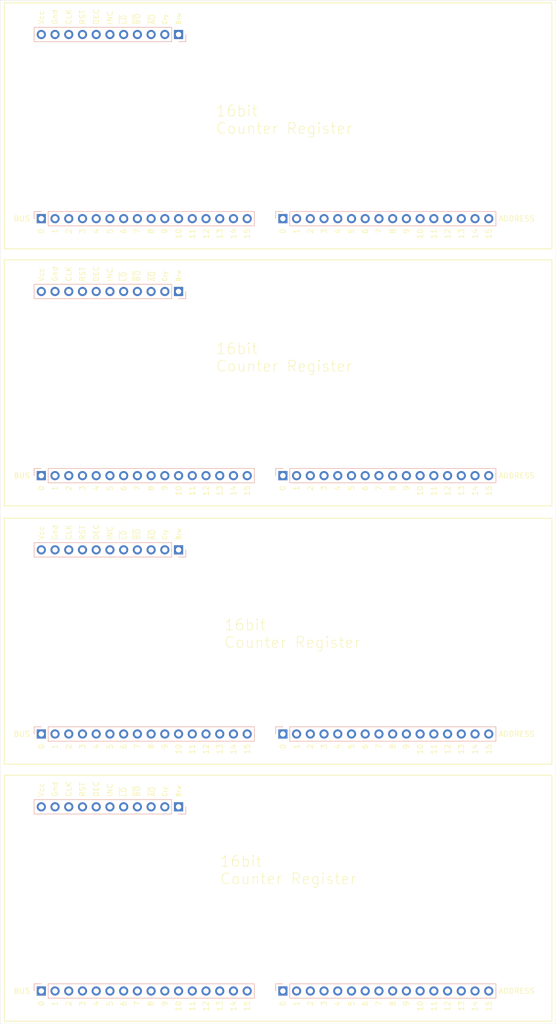
<source format=kicad_pcb>
(kicad_pcb (version 20171130) (host pcbnew "(5.1.10-1-10_14)")

  (general
    (thickness 1.6)
    (drawings 208)
    (tracks 0)
    (zones 0)
    (modules 12)
    (nets 1)
  )

  (page A4)
  (layers
    (0 F.Cu signal)
    (31 B.Cu signal)
    (32 B.Adhes user)
    (33 F.Adhes user)
    (34 B.Paste user)
    (35 F.Paste user)
    (36 B.SilkS user)
    (37 F.SilkS user)
    (38 B.Mask user)
    (39 F.Mask user)
    (40 Dwgs.User user)
    (41 Cmts.User user)
    (42 Eco1.User user)
    (43 Eco2.User user)
    (44 Edge.Cuts user)
    (45 Margin user)
    (46 B.CrtYd user)
    (47 F.CrtYd user)
    (48 B.Fab user hide)
    (49 F.Fab user hide)
  )

  (setup
    (last_trace_width 0.25)
    (trace_clearance 0.2)
    (zone_clearance 0.508)
    (zone_45_only no)
    (trace_min 0.2)
    (via_size 0.8)
    (via_drill 0.4)
    (via_min_size 0.4)
    (via_min_drill 0.3)
    (uvia_size 0.3)
    (uvia_drill 0.1)
    (uvias_allowed no)
    (uvia_min_size 0.2)
    (uvia_min_drill 0.1)
    (edge_width 0.05)
    (segment_width 0.2)
    (pcb_text_width 0.3)
    (pcb_text_size 1.5 1.5)
    (mod_edge_width 0.12)
    (mod_text_size 1 1)
    (mod_text_width 0.15)
    (pad_size 1.524 1.524)
    (pad_drill 0.762)
    (pad_to_mask_clearance 0)
    (aux_axis_origin 0 0)
    (visible_elements FFFFFF7F)
    (pcbplotparams
      (layerselection 0x010fc_ffffffff)
      (usegerberextensions false)
      (usegerberattributes true)
      (usegerberadvancedattributes true)
      (creategerberjobfile true)
      (excludeedgelayer true)
      (linewidth 0.100000)
      (plotframeref false)
      (viasonmask false)
      (mode 1)
      (useauxorigin false)
      (hpglpennumber 1)
      (hpglpenspeed 20)
      (hpglpendiameter 15.000000)
      (psnegative false)
      (psa4output false)
      (plotreference true)
      (plotvalue true)
      (plotinvisibletext false)
      (padsonsilk false)
      (subtractmaskfromsilk false)
      (outputformat 1)
      (mirror false)
      (drillshape 1)
      (scaleselection 1)
      (outputdirectory ""))
  )

  (net 0 "")

  (net_class Default "This is the default net class."
    (clearance 0.2)
    (trace_width 0.25)
    (via_dia 0.8)
    (via_drill 0.4)
    (uvia_dia 0.3)
    (uvia_drill 0.1)
  )

  (module Connector_PinHeader_2.54mm:PinHeader_1x16_P2.54mm_Vertical (layer B.Cu) (tedit 59FED5CC) (tstamp 618EA911)
    (at 74.93 187.198 270)
    (descr "Through hole straight pin header, 1x16, 2.54mm pitch, single row")
    (tags "Through hole pin header THT 1x16 2.54mm single row")
    (path /6298E4AE)
    (fp_text reference J2 (at 0 2.33 270) (layer B.SilkS) hide
      (effects (font (size 1 1) (thickness 0.15)) (justify mirror))
    )
    (fp_text value Conn_01x16 (at 0 -40.43 270) (layer B.Fab)
      (effects (font (size 1 1) (thickness 0.15)) (justify mirror))
    )
    (fp_line (start -0.635 1.27) (end 1.27 1.27) (layer B.Fab) (width 0.1))
    (fp_line (start 1.27 1.27) (end 1.27 -39.37) (layer B.Fab) (width 0.1))
    (fp_line (start 1.27 -39.37) (end -1.27 -39.37) (layer B.Fab) (width 0.1))
    (fp_line (start -1.27 -39.37) (end -1.27 0.635) (layer B.Fab) (width 0.1))
    (fp_line (start -1.27 0.635) (end -0.635 1.27) (layer B.Fab) (width 0.1))
    (fp_line (start -1.33 -39.43) (end 1.33 -39.43) (layer B.SilkS) (width 0.12))
    (fp_line (start -1.33 -1.27) (end -1.33 -39.43) (layer B.SilkS) (width 0.12))
    (fp_line (start 1.33 -1.27) (end 1.33 -39.43) (layer B.SilkS) (width 0.12))
    (fp_line (start -1.33 -1.27) (end 1.33 -1.27) (layer B.SilkS) (width 0.12))
    (fp_line (start -1.33 0) (end -1.33 1.33) (layer B.SilkS) (width 0.12))
    (fp_line (start -1.33 1.33) (end 0 1.33) (layer B.SilkS) (width 0.12))
    (fp_line (start -1.8 1.8) (end -1.8 -39.9) (layer B.CrtYd) (width 0.05))
    (fp_line (start -1.8 -39.9) (end 1.8 -39.9) (layer B.CrtYd) (width 0.05))
    (fp_line (start 1.8 -39.9) (end 1.8 1.8) (layer B.CrtYd) (width 0.05))
    (fp_line (start 1.8 1.8) (end -1.8 1.8) (layer B.CrtYd) (width 0.05))
    (fp_text user %R (at 0 -19.05) (layer B.Fab)
      (effects (font (size 1 1) (thickness 0.15)) (justify mirror))
    )
    (pad 1 thru_hole rect (at 0 0 270) (size 1.7 1.7) (drill 1) (layers *.Cu *.Mask))
    (pad 2 thru_hole oval (at 0 -2.54 270) (size 1.7 1.7) (drill 1) (layers *.Cu *.Mask))
    (pad 3 thru_hole oval (at 0 -5.08 270) (size 1.7 1.7) (drill 1) (layers *.Cu *.Mask))
    (pad 4 thru_hole oval (at 0 -7.62 270) (size 1.7 1.7) (drill 1) (layers *.Cu *.Mask))
    (pad 5 thru_hole oval (at 0 -10.16 270) (size 1.7 1.7) (drill 1) (layers *.Cu *.Mask))
    (pad 6 thru_hole oval (at 0 -12.7 270) (size 1.7 1.7) (drill 1) (layers *.Cu *.Mask))
    (pad 7 thru_hole oval (at 0 -15.24 270) (size 1.7 1.7) (drill 1) (layers *.Cu *.Mask))
    (pad 8 thru_hole oval (at 0 -17.78 270) (size 1.7 1.7) (drill 1) (layers *.Cu *.Mask))
    (pad 9 thru_hole oval (at 0 -20.32 270) (size 1.7 1.7) (drill 1) (layers *.Cu *.Mask))
    (pad 10 thru_hole oval (at 0 -22.86 270) (size 1.7 1.7) (drill 1) (layers *.Cu *.Mask))
    (pad 11 thru_hole oval (at 0 -25.4 270) (size 1.7 1.7) (drill 1) (layers *.Cu *.Mask))
    (pad 12 thru_hole oval (at 0 -27.94 270) (size 1.7 1.7) (drill 1) (layers *.Cu *.Mask))
    (pad 13 thru_hole oval (at 0 -30.48 270) (size 1.7 1.7) (drill 1) (layers *.Cu *.Mask))
    (pad 14 thru_hole oval (at 0 -33.02 270) (size 1.7 1.7) (drill 1) (layers *.Cu *.Mask))
    (pad 15 thru_hole oval (at 0 -35.56 270) (size 1.7 1.7) (drill 1) (layers *.Cu *.Mask))
    (pad 16 thru_hole oval (at 0 -38.1 270) (size 1.7 1.7) (drill 1) (layers *.Cu *.Mask))
    (model ${KISYS3DMOD}/Connector_PinHeader_2.54mm.3dshapes/PinHeader_1x16_P2.54mm_Vertical.wrl
      (at (xyz 0 0 0))
      (scale (xyz 1 1 1))
      (rotate (xyz 0 0 0))
    )
  )

  (module Connector_PinHeader_2.54mm:PinHeader_1x16_P2.54mm_Vertical (layer B.Cu) (tedit 59FED5CC) (tstamp 618EA8EE)
    (at 119.634 187.198 270)
    (descr "Through hole straight pin header, 1x16, 2.54mm pitch, single row")
    (tags "Through hole pin header THT 1x16 2.54mm single row")
    (path /62B33251)
    (fp_text reference J3 (at 0 2.33 270) (layer B.SilkS) hide
      (effects (font (size 1 1) (thickness 0.15)) (justify mirror))
    )
    (fp_text value Conn_01x16 (at 0 -40.43 270) (layer B.Fab)
      (effects (font (size 1 1) (thickness 0.15)) (justify mirror))
    )
    (fp_line (start -0.635 1.27) (end 1.27 1.27) (layer B.Fab) (width 0.1))
    (fp_line (start 1.27 1.27) (end 1.27 -39.37) (layer B.Fab) (width 0.1))
    (fp_line (start 1.27 -39.37) (end -1.27 -39.37) (layer B.Fab) (width 0.1))
    (fp_line (start -1.27 -39.37) (end -1.27 0.635) (layer B.Fab) (width 0.1))
    (fp_line (start -1.27 0.635) (end -0.635 1.27) (layer B.Fab) (width 0.1))
    (fp_line (start -1.33 -39.43) (end 1.33 -39.43) (layer B.SilkS) (width 0.12))
    (fp_line (start -1.33 -1.27) (end -1.33 -39.43) (layer B.SilkS) (width 0.12))
    (fp_line (start 1.33 -1.27) (end 1.33 -39.43) (layer B.SilkS) (width 0.12))
    (fp_line (start -1.33 -1.27) (end 1.33 -1.27) (layer B.SilkS) (width 0.12))
    (fp_line (start -1.33 0) (end -1.33 1.33) (layer B.SilkS) (width 0.12))
    (fp_line (start -1.33 1.33) (end 0 1.33) (layer B.SilkS) (width 0.12))
    (fp_line (start -1.8 1.8) (end -1.8 -39.9) (layer B.CrtYd) (width 0.05))
    (fp_line (start -1.8 -39.9) (end 1.8 -39.9) (layer B.CrtYd) (width 0.05))
    (fp_line (start 1.8 -39.9) (end 1.8 1.8) (layer B.CrtYd) (width 0.05))
    (fp_line (start 1.8 1.8) (end -1.8 1.8) (layer B.CrtYd) (width 0.05))
    (fp_text user %R (at 0 -19.05) (layer B.Fab)
      (effects (font (size 1 1) (thickness 0.15)) (justify mirror))
    )
    (pad 1 thru_hole rect (at 0 0 270) (size 1.7 1.7) (drill 1) (layers *.Cu *.Mask))
    (pad 2 thru_hole oval (at 0 -2.54 270) (size 1.7 1.7) (drill 1) (layers *.Cu *.Mask))
    (pad 3 thru_hole oval (at 0 -5.08 270) (size 1.7 1.7) (drill 1) (layers *.Cu *.Mask))
    (pad 4 thru_hole oval (at 0 -7.62 270) (size 1.7 1.7) (drill 1) (layers *.Cu *.Mask))
    (pad 5 thru_hole oval (at 0 -10.16 270) (size 1.7 1.7) (drill 1) (layers *.Cu *.Mask))
    (pad 6 thru_hole oval (at 0 -12.7 270) (size 1.7 1.7) (drill 1) (layers *.Cu *.Mask))
    (pad 7 thru_hole oval (at 0 -15.24 270) (size 1.7 1.7) (drill 1) (layers *.Cu *.Mask))
    (pad 8 thru_hole oval (at 0 -17.78 270) (size 1.7 1.7) (drill 1) (layers *.Cu *.Mask))
    (pad 9 thru_hole oval (at 0 -20.32 270) (size 1.7 1.7) (drill 1) (layers *.Cu *.Mask))
    (pad 10 thru_hole oval (at 0 -22.86 270) (size 1.7 1.7) (drill 1) (layers *.Cu *.Mask))
    (pad 11 thru_hole oval (at 0 -25.4 270) (size 1.7 1.7) (drill 1) (layers *.Cu *.Mask))
    (pad 12 thru_hole oval (at 0 -27.94 270) (size 1.7 1.7) (drill 1) (layers *.Cu *.Mask))
    (pad 13 thru_hole oval (at 0 -30.48 270) (size 1.7 1.7) (drill 1) (layers *.Cu *.Mask))
    (pad 14 thru_hole oval (at 0 -33.02 270) (size 1.7 1.7) (drill 1) (layers *.Cu *.Mask))
    (pad 15 thru_hole oval (at 0 -35.56 270) (size 1.7 1.7) (drill 1) (layers *.Cu *.Mask))
    (pad 16 thru_hole oval (at 0 -38.1 270) (size 1.7 1.7) (drill 1) (layers *.Cu *.Mask))
    (model ${KISYS3DMOD}/Connector_PinHeader_2.54mm.3dshapes/PinHeader_1x16_P2.54mm_Vertical.wrl
      (at (xyz 0 0 0))
      (scale (xyz 1 1 1))
      (rotate (xyz 0 0 0))
    )
  )

  (module Connector_PinHeader_2.54mm:PinHeader_1x11_P2.54mm_Vertical (layer B.Cu) (tedit 59FED5CC) (tstamp 618EA8D0)
    (at 100.33 153.162 90)
    (descr "Through hole straight pin header, 1x11, 2.54mm pitch, single row")
    (tags "Through hole pin header THT 1x11 2.54mm single row")
    (path /62B69F43)
    (fp_text reference J4 (at 0 2.33 270) (layer F.SilkS) hide
      (effects (font (size 1 1) (thickness 0.15)))
    )
    (fp_text value Conn_01x11 (at 0 -27.73 -90) (layer B.Fab)
      (effects (font (size 1 1) (thickness 0.15)) (justify mirror))
    )
    (fp_line (start -0.635 1.27) (end 1.27 1.27) (layer B.Fab) (width 0.1))
    (fp_line (start 1.27 1.27) (end 1.27 -26.67) (layer B.Fab) (width 0.1))
    (fp_line (start 1.27 -26.67) (end -1.27 -26.67) (layer B.Fab) (width 0.1))
    (fp_line (start -1.27 -26.67) (end -1.27 0.635) (layer B.Fab) (width 0.1))
    (fp_line (start -1.27 0.635) (end -0.635 1.27) (layer B.Fab) (width 0.1))
    (fp_line (start -1.33 -26.73) (end 1.33 -26.73) (layer B.SilkS) (width 0.12))
    (fp_line (start -1.33 -1.27) (end -1.33 -26.73) (layer B.SilkS) (width 0.12))
    (fp_line (start 1.33 -1.27) (end 1.33 -26.73) (layer B.SilkS) (width 0.12))
    (fp_line (start -1.33 -1.27) (end 1.33 -1.27) (layer B.SilkS) (width 0.12))
    (fp_line (start -1.33 0) (end -1.33 1.33) (layer B.SilkS) (width 0.12))
    (fp_line (start -1.33 1.33) (end 0 1.33) (layer B.SilkS) (width 0.12))
    (fp_line (start -1.8 1.8) (end -1.8 -27.2) (layer B.CrtYd) (width 0.05))
    (fp_line (start -1.8 -27.2) (end 1.8 -27.2) (layer B.CrtYd) (width 0.05))
    (fp_line (start 1.8 -27.2) (end 1.8 1.8) (layer B.CrtYd) (width 0.05))
    (fp_line (start 1.8 1.8) (end -1.8 1.8) (layer B.CrtYd) (width 0.05))
    (fp_text user %R (at 0 -12.7) (layer B.Fab)
      (effects (font (size 1 1) (thickness 0.15)) (justify mirror))
    )
    (pad 1 thru_hole rect (at 0 0 90) (size 1.7 1.7) (drill 1) (layers *.Cu *.Mask))
    (pad 2 thru_hole oval (at 0 -2.54 90) (size 1.7 1.7) (drill 1) (layers *.Cu *.Mask))
    (pad 3 thru_hole oval (at 0 -5.08 90) (size 1.7 1.7) (drill 1) (layers *.Cu *.Mask))
    (pad 4 thru_hole oval (at 0 -7.62 90) (size 1.7 1.7) (drill 1) (layers *.Cu *.Mask))
    (pad 5 thru_hole oval (at 0 -10.16 90) (size 1.7 1.7) (drill 1) (layers *.Cu *.Mask))
    (pad 6 thru_hole oval (at 0 -12.7 90) (size 1.7 1.7) (drill 1) (layers *.Cu *.Mask))
    (pad 7 thru_hole oval (at 0 -15.24 90) (size 1.7 1.7) (drill 1) (layers *.Cu *.Mask))
    (pad 8 thru_hole oval (at 0 -17.78 90) (size 1.7 1.7) (drill 1) (layers *.Cu *.Mask))
    (pad 9 thru_hole oval (at 0 -20.32 90) (size 1.7 1.7) (drill 1) (layers *.Cu *.Mask))
    (pad 10 thru_hole oval (at 0 -22.86 90) (size 1.7 1.7) (drill 1) (layers *.Cu *.Mask))
    (pad 11 thru_hole oval (at 0 -25.4 90) (size 1.7 1.7) (drill 1) (layers *.Cu *.Mask))
    (model ${KISYS3DMOD}/Connector_PinHeader_2.54mm.3dshapes/PinHeader_1x11_P2.54mm_Vertical.wrl
      (at (xyz 0 0 0))
      (scale (xyz 1 1 1))
      (rotate (xyz 0 0 0))
    )
  )

  (module Connector_PinHeader_2.54mm:PinHeader_1x16_P2.54mm_Vertical (layer B.Cu) (tedit 59FED5CC) (tstamp 618EA465)
    (at 74.93 139.7 270)
    (descr "Through hole straight pin header, 1x16, 2.54mm pitch, single row")
    (tags "Through hole pin header THT 1x16 2.54mm single row")
    (path /6298E4AE)
    (fp_text reference J2 (at 0 2.33 270) (layer B.SilkS) hide
      (effects (font (size 1 1) (thickness 0.15)) (justify mirror))
    )
    (fp_text value Conn_01x16 (at 0 -40.43 270) (layer B.Fab)
      (effects (font (size 1 1) (thickness 0.15)) (justify mirror))
    )
    (fp_line (start 1.8 1.8) (end -1.8 1.8) (layer B.CrtYd) (width 0.05))
    (fp_line (start 1.8 -39.9) (end 1.8 1.8) (layer B.CrtYd) (width 0.05))
    (fp_line (start -1.8 -39.9) (end 1.8 -39.9) (layer B.CrtYd) (width 0.05))
    (fp_line (start -1.8 1.8) (end -1.8 -39.9) (layer B.CrtYd) (width 0.05))
    (fp_line (start -1.33 1.33) (end 0 1.33) (layer B.SilkS) (width 0.12))
    (fp_line (start -1.33 0) (end -1.33 1.33) (layer B.SilkS) (width 0.12))
    (fp_line (start -1.33 -1.27) (end 1.33 -1.27) (layer B.SilkS) (width 0.12))
    (fp_line (start 1.33 -1.27) (end 1.33 -39.43) (layer B.SilkS) (width 0.12))
    (fp_line (start -1.33 -1.27) (end -1.33 -39.43) (layer B.SilkS) (width 0.12))
    (fp_line (start -1.33 -39.43) (end 1.33 -39.43) (layer B.SilkS) (width 0.12))
    (fp_line (start -1.27 0.635) (end -0.635 1.27) (layer B.Fab) (width 0.1))
    (fp_line (start -1.27 -39.37) (end -1.27 0.635) (layer B.Fab) (width 0.1))
    (fp_line (start 1.27 -39.37) (end -1.27 -39.37) (layer B.Fab) (width 0.1))
    (fp_line (start 1.27 1.27) (end 1.27 -39.37) (layer B.Fab) (width 0.1))
    (fp_line (start -0.635 1.27) (end 1.27 1.27) (layer B.Fab) (width 0.1))
    (fp_text user %R (at 0 -19.05) (layer B.Fab)
      (effects (font (size 1 1) (thickness 0.15)) (justify mirror))
    )
    (pad 16 thru_hole oval (at 0 -38.1 270) (size 1.7 1.7) (drill 1) (layers *.Cu *.Mask))
    (pad 15 thru_hole oval (at 0 -35.56 270) (size 1.7 1.7) (drill 1) (layers *.Cu *.Mask))
    (pad 14 thru_hole oval (at 0 -33.02 270) (size 1.7 1.7) (drill 1) (layers *.Cu *.Mask))
    (pad 13 thru_hole oval (at 0 -30.48 270) (size 1.7 1.7) (drill 1) (layers *.Cu *.Mask))
    (pad 12 thru_hole oval (at 0 -27.94 270) (size 1.7 1.7) (drill 1) (layers *.Cu *.Mask))
    (pad 11 thru_hole oval (at 0 -25.4 270) (size 1.7 1.7) (drill 1) (layers *.Cu *.Mask))
    (pad 10 thru_hole oval (at 0 -22.86 270) (size 1.7 1.7) (drill 1) (layers *.Cu *.Mask))
    (pad 9 thru_hole oval (at 0 -20.32 270) (size 1.7 1.7) (drill 1) (layers *.Cu *.Mask))
    (pad 8 thru_hole oval (at 0 -17.78 270) (size 1.7 1.7) (drill 1) (layers *.Cu *.Mask))
    (pad 7 thru_hole oval (at 0 -15.24 270) (size 1.7 1.7) (drill 1) (layers *.Cu *.Mask))
    (pad 6 thru_hole oval (at 0 -12.7 270) (size 1.7 1.7) (drill 1) (layers *.Cu *.Mask))
    (pad 5 thru_hole oval (at 0 -10.16 270) (size 1.7 1.7) (drill 1) (layers *.Cu *.Mask))
    (pad 4 thru_hole oval (at 0 -7.62 270) (size 1.7 1.7) (drill 1) (layers *.Cu *.Mask))
    (pad 3 thru_hole oval (at 0 -5.08 270) (size 1.7 1.7) (drill 1) (layers *.Cu *.Mask))
    (pad 2 thru_hole oval (at 0 -2.54 270) (size 1.7 1.7) (drill 1) (layers *.Cu *.Mask))
    (pad 1 thru_hole rect (at 0 0 270) (size 1.7 1.7) (drill 1) (layers *.Cu *.Mask))
    (model ${KISYS3DMOD}/Connector_PinHeader_2.54mm.3dshapes/PinHeader_1x16_P2.54mm_Vertical.wrl
      (at (xyz 0 0 0))
      (scale (xyz 1 1 1))
      (rotate (xyz 0 0 0))
    )
  )

  (module Connector_PinHeader_2.54mm:PinHeader_1x16_P2.54mm_Vertical (layer B.Cu) (tedit 59FED5CC) (tstamp 618EA442)
    (at 119.634 139.7 270)
    (descr "Through hole straight pin header, 1x16, 2.54mm pitch, single row")
    (tags "Through hole pin header THT 1x16 2.54mm single row")
    (path /62B33251)
    (fp_text reference J3 (at 0 2.33 270) (layer B.SilkS) hide
      (effects (font (size 1 1) (thickness 0.15)) (justify mirror))
    )
    (fp_text value Conn_01x16 (at 0 -40.43 270) (layer B.Fab)
      (effects (font (size 1 1) (thickness 0.15)) (justify mirror))
    )
    (fp_line (start 1.8 1.8) (end -1.8 1.8) (layer B.CrtYd) (width 0.05))
    (fp_line (start 1.8 -39.9) (end 1.8 1.8) (layer B.CrtYd) (width 0.05))
    (fp_line (start -1.8 -39.9) (end 1.8 -39.9) (layer B.CrtYd) (width 0.05))
    (fp_line (start -1.8 1.8) (end -1.8 -39.9) (layer B.CrtYd) (width 0.05))
    (fp_line (start -1.33 1.33) (end 0 1.33) (layer B.SilkS) (width 0.12))
    (fp_line (start -1.33 0) (end -1.33 1.33) (layer B.SilkS) (width 0.12))
    (fp_line (start -1.33 -1.27) (end 1.33 -1.27) (layer B.SilkS) (width 0.12))
    (fp_line (start 1.33 -1.27) (end 1.33 -39.43) (layer B.SilkS) (width 0.12))
    (fp_line (start -1.33 -1.27) (end -1.33 -39.43) (layer B.SilkS) (width 0.12))
    (fp_line (start -1.33 -39.43) (end 1.33 -39.43) (layer B.SilkS) (width 0.12))
    (fp_line (start -1.27 0.635) (end -0.635 1.27) (layer B.Fab) (width 0.1))
    (fp_line (start -1.27 -39.37) (end -1.27 0.635) (layer B.Fab) (width 0.1))
    (fp_line (start 1.27 -39.37) (end -1.27 -39.37) (layer B.Fab) (width 0.1))
    (fp_line (start 1.27 1.27) (end 1.27 -39.37) (layer B.Fab) (width 0.1))
    (fp_line (start -0.635 1.27) (end 1.27 1.27) (layer B.Fab) (width 0.1))
    (fp_text user %R (at 0 -19.05) (layer B.Fab)
      (effects (font (size 1 1) (thickness 0.15)) (justify mirror))
    )
    (pad 16 thru_hole oval (at 0 -38.1 270) (size 1.7 1.7) (drill 1) (layers *.Cu *.Mask))
    (pad 15 thru_hole oval (at 0 -35.56 270) (size 1.7 1.7) (drill 1) (layers *.Cu *.Mask))
    (pad 14 thru_hole oval (at 0 -33.02 270) (size 1.7 1.7) (drill 1) (layers *.Cu *.Mask))
    (pad 13 thru_hole oval (at 0 -30.48 270) (size 1.7 1.7) (drill 1) (layers *.Cu *.Mask))
    (pad 12 thru_hole oval (at 0 -27.94 270) (size 1.7 1.7) (drill 1) (layers *.Cu *.Mask))
    (pad 11 thru_hole oval (at 0 -25.4 270) (size 1.7 1.7) (drill 1) (layers *.Cu *.Mask))
    (pad 10 thru_hole oval (at 0 -22.86 270) (size 1.7 1.7) (drill 1) (layers *.Cu *.Mask))
    (pad 9 thru_hole oval (at 0 -20.32 270) (size 1.7 1.7) (drill 1) (layers *.Cu *.Mask))
    (pad 8 thru_hole oval (at 0 -17.78 270) (size 1.7 1.7) (drill 1) (layers *.Cu *.Mask))
    (pad 7 thru_hole oval (at 0 -15.24 270) (size 1.7 1.7) (drill 1) (layers *.Cu *.Mask))
    (pad 6 thru_hole oval (at 0 -12.7 270) (size 1.7 1.7) (drill 1) (layers *.Cu *.Mask))
    (pad 5 thru_hole oval (at 0 -10.16 270) (size 1.7 1.7) (drill 1) (layers *.Cu *.Mask))
    (pad 4 thru_hole oval (at 0 -7.62 270) (size 1.7 1.7) (drill 1) (layers *.Cu *.Mask))
    (pad 3 thru_hole oval (at 0 -5.08 270) (size 1.7 1.7) (drill 1) (layers *.Cu *.Mask))
    (pad 2 thru_hole oval (at 0 -2.54 270) (size 1.7 1.7) (drill 1) (layers *.Cu *.Mask))
    (pad 1 thru_hole rect (at 0 0 270) (size 1.7 1.7) (drill 1) (layers *.Cu *.Mask))
    (model ${KISYS3DMOD}/Connector_PinHeader_2.54mm.3dshapes/PinHeader_1x16_P2.54mm_Vertical.wrl
      (at (xyz 0 0 0))
      (scale (xyz 1 1 1))
      (rotate (xyz 0 0 0))
    )
  )

  (module Connector_PinHeader_2.54mm:PinHeader_1x11_P2.54mm_Vertical (layer B.Cu) (tedit 59FED5CC) (tstamp 618EA424)
    (at 100.33 105.664 90)
    (descr "Through hole straight pin header, 1x11, 2.54mm pitch, single row")
    (tags "Through hole pin header THT 1x11 2.54mm single row")
    (path /62B69F43)
    (fp_text reference J4 (at 0 2.33 270) (layer F.SilkS) hide
      (effects (font (size 1 1) (thickness 0.15)))
    )
    (fp_text value Conn_01x11 (at 0 -27.73 -90) (layer B.Fab)
      (effects (font (size 1 1) (thickness 0.15)) (justify mirror))
    )
    (fp_line (start 1.8 1.8) (end -1.8 1.8) (layer B.CrtYd) (width 0.05))
    (fp_line (start 1.8 -27.2) (end 1.8 1.8) (layer B.CrtYd) (width 0.05))
    (fp_line (start -1.8 -27.2) (end 1.8 -27.2) (layer B.CrtYd) (width 0.05))
    (fp_line (start -1.8 1.8) (end -1.8 -27.2) (layer B.CrtYd) (width 0.05))
    (fp_line (start -1.33 1.33) (end 0 1.33) (layer B.SilkS) (width 0.12))
    (fp_line (start -1.33 0) (end -1.33 1.33) (layer B.SilkS) (width 0.12))
    (fp_line (start -1.33 -1.27) (end 1.33 -1.27) (layer B.SilkS) (width 0.12))
    (fp_line (start 1.33 -1.27) (end 1.33 -26.73) (layer B.SilkS) (width 0.12))
    (fp_line (start -1.33 -1.27) (end -1.33 -26.73) (layer B.SilkS) (width 0.12))
    (fp_line (start -1.33 -26.73) (end 1.33 -26.73) (layer B.SilkS) (width 0.12))
    (fp_line (start -1.27 0.635) (end -0.635 1.27) (layer B.Fab) (width 0.1))
    (fp_line (start -1.27 -26.67) (end -1.27 0.635) (layer B.Fab) (width 0.1))
    (fp_line (start 1.27 -26.67) (end -1.27 -26.67) (layer B.Fab) (width 0.1))
    (fp_line (start 1.27 1.27) (end 1.27 -26.67) (layer B.Fab) (width 0.1))
    (fp_line (start -0.635 1.27) (end 1.27 1.27) (layer B.Fab) (width 0.1))
    (fp_text user %R (at 0 -12.7) (layer B.Fab)
      (effects (font (size 1 1) (thickness 0.15)) (justify mirror))
    )
    (pad 11 thru_hole oval (at 0 -25.4 90) (size 1.7 1.7) (drill 1) (layers *.Cu *.Mask))
    (pad 10 thru_hole oval (at 0 -22.86 90) (size 1.7 1.7) (drill 1) (layers *.Cu *.Mask))
    (pad 9 thru_hole oval (at 0 -20.32 90) (size 1.7 1.7) (drill 1) (layers *.Cu *.Mask))
    (pad 8 thru_hole oval (at 0 -17.78 90) (size 1.7 1.7) (drill 1) (layers *.Cu *.Mask))
    (pad 7 thru_hole oval (at 0 -15.24 90) (size 1.7 1.7) (drill 1) (layers *.Cu *.Mask))
    (pad 6 thru_hole oval (at 0 -12.7 90) (size 1.7 1.7) (drill 1) (layers *.Cu *.Mask))
    (pad 5 thru_hole oval (at 0 -10.16 90) (size 1.7 1.7) (drill 1) (layers *.Cu *.Mask))
    (pad 4 thru_hole oval (at 0 -7.62 90) (size 1.7 1.7) (drill 1) (layers *.Cu *.Mask))
    (pad 3 thru_hole oval (at 0 -5.08 90) (size 1.7 1.7) (drill 1) (layers *.Cu *.Mask))
    (pad 2 thru_hole oval (at 0 -2.54 90) (size 1.7 1.7) (drill 1) (layers *.Cu *.Mask))
    (pad 1 thru_hole rect (at 0 0 90) (size 1.7 1.7) (drill 1) (layers *.Cu *.Mask))
    (model ${KISYS3DMOD}/Connector_PinHeader_2.54mm.3dshapes/PinHeader_1x11_P2.54mm_Vertical.wrl
      (at (xyz 0 0 0))
      (scale (xyz 1 1 1))
      (rotate (xyz 0 0 0))
    )
  )

  (module Connector_PinHeader_2.54mm:PinHeader_1x16_P2.54mm_Vertical (layer B.Cu) (tedit 59FED5CC) (tstamp 618E8E9D)
    (at 74.93 91.948 270)
    (descr "Through hole straight pin header, 1x16, 2.54mm pitch, single row")
    (tags "Through hole pin header THT 1x16 2.54mm single row")
    (path /6298E4AE)
    (fp_text reference J2 (at 0 2.33 270) (layer B.SilkS) hide
      (effects (font (size 1 1) (thickness 0.15)) (justify mirror))
    )
    (fp_text value Conn_01x16 (at 0 -40.43 270) (layer B.Fab)
      (effects (font (size 1 1) (thickness 0.15)) (justify mirror))
    )
    (fp_line (start 1.8 1.8) (end -1.8 1.8) (layer B.CrtYd) (width 0.05))
    (fp_line (start 1.8 -39.9) (end 1.8 1.8) (layer B.CrtYd) (width 0.05))
    (fp_line (start -1.8 -39.9) (end 1.8 -39.9) (layer B.CrtYd) (width 0.05))
    (fp_line (start -1.8 1.8) (end -1.8 -39.9) (layer B.CrtYd) (width 0.05))
    (fp_line (start -1.33 1.33) (end 0 1.33) (layer B.SilkS) (width 0.12))
    (fp_line (start -1.33 0) (end -1.33 1.33) (layer B.SilkS) (width 0.12))
    (fp_line (start -1.33 -1.27) (end 1.33 -1.27) (layer B.SilkS) (width 0.12))
    (fp_line (start 1.33 -1.27) (end 1.33 -39.43) (layer B.SilkS) (width 0.12))
    (fp_line (start -1.33 -1.27) (end -1.33 -39.43) (layer B.SilkS) (width 0.12))
    (fp_line (start -1.33 -39.43) (end 1.33 -39.43) (layer B.SilkS) (width 0.12))
    (fp_line (start -1.27 0.635) (end -0.635 1.27) (layer B.Fab) (width 0.1))
    (fp_line (start -1.27 -39.37) (end -1.27 0.635) (layer B.Fab) (width 0.1))
    (fp_line (start 1.27 -39.37) (end -1.27 -39.37) (layer B.Fab) (width 0.1))
    (fp_line (start 1.27 1.27) (end 1.27 -39.37) (layer B.Fab) (width 0.1))
    (fp_line (start -0.635 1.27) (end 1.27 1.27) (layer B.Fab) (width 0.1))
    (fp_text user %R (at 0 -19.05) (layer B.Fab)
      (effects (font (size 1 1) (thickness 0.15)) (justify mirror))
    )
    (pad 16 thru_hole oval (at 0 -38.1 270) (size 1.7 1.7) (drill 1) (layers *.Cu *.Mask))
    (pad 15 thru_hole oval (at 0 -35.56 270) (size 1.7 1.7) (drill 1) (layers *.Cu *.Mask))
    (pad 14 thru_hole oval (at 0 -33.02 270) (size 1.7 1.7) (drill 1) (layers *.Cu *.Mask))
    (pad 13 thru_hole oval (at 0 -30.48 270) (size 1.7 1.7) (drill 1) (layers *.Cu *.Mask))
    (pad 12 thru_hole oval (at 0 -27.94 270) (size 1.7 1.7) (drill 1) (layers *.Cu *.Mask))
    (pad 11 thru_hole oval (at 0 -25.4 270) (size 1.7 1.7) (drill 1) (layers *.Cu *.Mask))
    (pad 10 thru_hole oval (at 0 -22.86 270) (size 1.7 1.7) (drill 1) (layers *.Cu *.Mask))
    (pad 9 thru_hole oval (at 0 -20.32 270) (size 1.7 1.7) (drill 1) (layers *.Cu *.Mask))
    (pad 8 thru_hole oval (at 0 -17.78 270) (size 1.7 1.7) (drill 1) (layers *.Cu *.Mask))
    (pad 7 thru_hole oval (at 0 -15.24 270) (size 1.7 1.7) (drill 1) (layers *.Cu *.Mask))
    (pad 6 thru_hole oval (at 0 -12.7 270) (size 1.7 1.7) (drill 1) (layers *.Cu *.Mask))
    (pad 5 thru_hole oval (at 0 -10.16 270) (size 1.7 1.7) (drill 1) (layers *.Cu *.Mask))
    (pad 4 thru_hole oval (at 0 -7.62 270) (size 1.7 1.7) (drill 1) (layers *.Cu *.Mask))
    (pad 3 thru_hole oval (at 0 -5.08 270) (size 1.7 1.7) (drill 1) (layers *.Cu *.Mask))
    (pad 2 thru_hole oval (at 0 -2.54 270) (size 1.7 1.7) (drill 1) (layers *.Cu *.Mask))
    (pad 1 thru_hole rect (at 0 0 270) (size 1.7 1.7) (drill 1) (layers *.Cu *.Mask))
    (model ${KISYS3DMOD}/Connector_PinHeader_2.54mm.3dshapes/PinHeader_1x16_P2.54mm_Vertical.wrl
      (at (xyz 0 0 0))
      (scale (xyz 1 1 1))
      (rotate (xyz 0 0 0))
    )
  )

  (module Connector_PinHeader_2.54mm:PinHeader_1x16_P2.54mm_Vertical (layer B.Cu) (tedit 59FED5CC) (tstamp 618E8E7A)
    (at 119.634 91.948 270)
    (descr "Through hole straight pin header, 1x16, 2.54mm pitch, single row")
    (tags "Through hole pin header THT 1x16 2.54mm single row")
    (path /62B33251)
    (fp_text reference J3 (at 0 2.33 270) (layer B.SilkS) hide
      (effects (font (size 1 1) (thickness 0.15)) (justify mirror))
    )
    (fp_text value Conn_01x16 (at 0 -40.43 270) (layer B.Fab)
      (effects (font (size 1 1) (thickness 0.15)) (justify mirror))
    )
    (fp_line (start 1.8 1.8) (end -1.8 1.8) (layer B.CrtYd) (width 0.05))
    (fp_line (start 1.8 -39.9) (end 1.8 1.8) (layer B.CrtYd) (width 0.05))
    (fp_line (start -1.8 -39.9) (end 1.8 -39.9) (layer B.CrtYd) (width 0.05))
    (fp_line (start -1.8 1.8) (end -1.8 -39.9) (layer B.CrtYd) (width 0.05))
    (fp_line (start -1.33 1.33) (end 0 1.33) (layer B.SilkS) (width 0.12))
    (fp_line (start -1.33 0) (end -1.33 1.33) (layer B.SilkS) (width 0.12))
    (fp_line (start -1.33 -1.27) (end 1.33 -1.27) (layer B.SilkS) (width 0.12))
    (fp_line (start 1.33 -1.27) (end 1.33 -39.43) (layer B.SilkS) (width 0.12))
    (fp_line (start -1.33 -1.27) (end -1.33 -39.43) (layer B.SilkS) (width 0.12))
    (fp_line (start -1.33 -39.43) (end 1.33 -39.43) (layer B.SilkS) (width 0.12))
    (fp_line (start -1.27 0.635) (end -0.635 1.27) (layer B.Fab) (width 0.1))
    (fp_line (start -1.27 -39.37) (end -1.27 0.635) (layer B.Fab) (width 0.1))
    (fp_line (start 1.27 -39.37) (end -1.27 -39.37) (layer B.Fab) (width 0.1))
    (fp_line (start 1.27 1.27) (end 1.27 -39.37) (layer B.Fab) (width 0.1))
    (fp_line (start -0.635 1.27) (end 1.27 1.27) (layer B.Fab) (width 0.1))
    (fp_text user %R (at 0 -19.05) (layer B.Fab)
      (effects (font (size 1 1) (thickness 0.15)) (justify mirror))
    )
    (pad 16 thru_hole oval (at 0 -38.1 270) (size 1.7 1.7) (drill 1) (layers *.Cu *.Mask))
    (pad 15 thru_hole oval (at 0 -35.56 270) (size 1.7 1.7) (drill 1) (layers *.Cu *.Mask))
    (pad 14 thru_hole oval (at 0 -33.02 270) (size 1.7 1.7) (drill 1) (layers *.Cu *.Mask))
    (pad 13 thru_hole oval (at 0 -30.48 270) (size 1.7 1.7) (drill 1) (layers *.Cu *.Mask))
    (pad 12 thru_hole oval (at 0 -27.94 270) (size 1.7 1.7) (drill 1) (layers *.Cu *.Mask))
    (pad 11 thru_hole oval (at 0 -25.4 270) (size 1.7 1.7) (drill 1) (layers *.Cu *.Mask))
    (pad 10 thru_hole oval (at 0 -22.86 270) (size 1.7 1.7) (drill 1) (layers *.Cu *.Mask))
    (pad 9 thru_hole oval (at 0 -20.32 270) (size 1.7 1.7) (drill 1) (layers *.Cu *.Mask))
    (pad 8 thru_hole oval (at 0 -17.78 270) (size 1.7 1.7) (drill 1) (layers *.Cu *.Mask))
    (pad 7 thru_hole oval (at 0 -15.24 270) (size 1.7 1.7) (drill 1) (layers *.Cu *.Mask))
    (pad 6 thru_hole oval (at 0 -12.7 270) (size 1.7 1.7) (drill 1) (layers *.Cu *.Mask))
    (pad 5 thru_hole oval (at 0 -10.16 270) (size 1.7 1.7) (drill 1) (layers *.Cu *.Mask))
    (pad 4 thru_hole oval (at 0 -7.62 270) (size 1.7 1.7) (drill 1) (layers *.Cu *.Mask))
    (pad 3 thru_hole oval (at 0 -5.08 270) (size 1.7 1.7) (drill 1) (layers *.Cu *.Mask))
    (pad 2 thru_hole oval (at 0 -2.54 270) (size 1.7 1.7) (drill 1) (layers *.Cu *.Mask))
    (pad 1 thru_hole rect (at 0 0 270) (size 1.7 1.7) (drill 1) (layers *.Cu *.Mask))
    (model ${KISYS3DMOD}/Connector_PinHeader_2.54mm.3dshapes/PinHeader_1x16_P2.54mm_Vertical.wrl
      (at (xyz 0 0 0))
      (scale (xyz 1 1 1))
      (rotate (xyz 0 0 0))
    )
  )

  (module Connector_PinHeader_2.54mm:PinHeader_1x11_P2.54mm_Vertical (layer B.Cu) (tedit 59FED5CC) (tstamp 618E8E5C)
    (at 100.33 57.912 90)
    (descr "Through hole straight pin header, 1x11, 2.54mm pitch, single row")
    (tags "Through hole pin header THT 1x11 2.54mm single row")
    (path /62B69F43)
    (fp_text reference J4 (at 0 2.33 270) (layer F.SilkS) hide
      (effects (font (size 1 1) (thickness 0.15)))
    )
    (fp_text value Conn_01x11 (at 0 -27.73 -90) (layer B.Fab)
      (effects (font (size 1 1) (thickness 0.15)) (justify mirror))
    )
    (fp_line (start 1.8 1.8) (end -1.8 1.8) (layer B.CrtYd) (width 0.05))
    (fp_line (start 1.8 -27.2) (end 1.8 1.8) (layer B.CrtYd) (width 0.05))
    (fp_line (start -1.8 -27.2) (end 1.8 -27.2) (layer B.CrtYd) (width 0.05))
    (fp_line (start -1.8 1.8) (end -1.8 -27.2) (layer B.CrtYd) (width 0.05))
    (fp_line (start -1.33 1.33) (end 0 1.33) (layer B.SilkS) (width 0.12))
    (fp_line (start -1.33 0) (end -1.33 1.33) (layer B.SilkS) (width 0.12))
    (fp_line (start -1.33 -1.27) (end 1.33 -1.27) (layer B.SilkS) (width 0.12))
    (fp_line (start 1.33 -1.27) (end 1.33 -26.73) (layer B.SilkS) (width 0.12))
    (fp_line (start -1.33 -1.27) (end -1.33 -26.73) (layer B.SilkS) (width 0.12))
    (fp_line (start -1.33 -26.73) (end 1.33 -26.73) (layer B.SilkS) (width 0.12))
    (fp_line (start -1.27 0.635) (end -0.635 1.27) (layer B.Fab) (width 0.1))
    (fp_line (start -1.27 -26.67) (end -1.27 0.635) (layer B.Fab) (width 0.1))
    (fp_line (start 1.27 -26.67) (end -1.27 -26.67) (layer B.Fab) (width 0.1))
    (fp_line (start 1.27 1.27) (end 1.27 -26.67) (layer B.Fab) (width 0.1))
    (fp_line (start -0.635 1.27) (end 1.27 1.27) (layer B.Fab) (width 0.1))
    (fp_text user %R (at 0 -12.7) (layer B.Fab)
      (effects (font (size 1 1) (thickness 0.15)) (justify mirror))
    )
    (pad 11 thru_hole oval (at 0 -25.4 90) (size 1.7 1.7) (drill 1) (layers *.Cu *.Mask))
    (pad 10 thru_hole oval (at 0 -22.86 90) (size 1.7 1.7) (drill 1) (layers *.Cu *.Mask))
    (pad 9 thru_hole oval (at 0 -20.32 90) (size 1.7 1.7) (drill 1) (layers *.Cu *.Mask))
    (pad 8 thru_hole oval (at 0 -17.78 90) (size 1.7 1.7) (drill 1) (layers *.Cu *.Mask))
    (pad 7 thru_hole oval (at 0 -15.24 90) (size 1.7 1.7) (drill 1) (layers *.Cu *.Mask))
    (pad 6 thru_hole oval (at 0 -12.7 90) (size 1.7 1.7) (drill 1) (layers *.Cu *.Mask))
    (pad 5 thru_hole oval (at 0 -10.16 90) (size 1.7 1.7) (drill 1) (layers *.Cu *.Mask))
    (pad 4 thru_hole oval (at 0 -7.62 90) (size 1.7 1.7) (drill 1) (layers *.Cu *.Mask))
    (pad 3 thru_hole oval (at 0 -5.08 90) (size 1.7 1.7) (drill 1) (layers *.Cu *.Mask))
    (pad 2 thru_hole oval (at 0 -2.54 90) (size 1.7 1.7) (drill 1) (layers *.Cu *.Mask))
    (pad 1 thru_hole rect (at 0 0 90) (size 1.7 1.7) (drill 1) (layers *.Cu *.Mask))
    (model ${KISYS3DMOD}/Connector_PinHeader_2.54mm.3dshapes/PinHeader_1x11_P2.54mm_Vertical.wrl
      (at (xyz 0 0 0))
      (scale (xyz 1 1 1))
      (rotate (xyz 0 0 0))
    )
  )

  (module Connector_PinHeader_2.54mm:PinHeader_1x16_P2.54mm_Vertical (layer B.Cu) (tedit 59FED5CC) (tstamp 617C2708)
    (at 74.93 44.45 270)
    (descr "Through hole straight pin header, 1x16, 2.54mm pitch, single row")
    (tags "Through hole pin header THT 1x16 2.54mm single row")
    (path /6298E4AE)
    (fp_text reference J2 (at 0 2.33 270) (layer B.SilkS) hide
      (effects (font (size 1 1) (thickness 0.15)) (justify mirror))
    )
    (fp_text value Conn_01x16 (at 0 -40.43 270) (layer B.Fab)
      (effects (font (size 1 1) (thickness 0.15)) (justify mirror))
    )
    (fp_line (start -0.635 1.27) (end 1.27 1.27) (layer B.Fab) (width 0.1))
    (fp_line (start 1.27 1.27) (end 1.27 -39.37) (layer B.Fab) (width 0.1))
    (fp_line (start 1.27 -39.37) (end -1.27 -39.37) (layer B.Fab) (width 0.1))
    (fp_line (start -1.27 -39.37) (end -1.27 0.635) (layer B.Fab) (width 0.1))
    (fp_line (start -1.27 0.635) (end -0.635 1.27) (layer B.Fab) (width 0.1))
    (fp_line (start -1.33 -39.43) (end 1.33 -39.43) (layer B.SilkS) (width 0.12))
    (fp_line (start -1.33 -1.27) (end -1.33 -39.43) (layer B.SilkS) (width 0.12))
    (fp_line (start 1.33 -1.27) (end 1.33 -39.43) (layer B.SilkS) (width 0.12))
    (fp_line (start -1.33 -1.27) (end 1.33 -1.27) (layer B.SilkS) (width 0.12))
    (fp_line (start -1.33 0) (end -1.33 1.33) (layer B.SilkS) (width 0.12))
    (fp_line (start -1.33 1.33) (end 0 1.33) (layer B.SilkS) (width 0.12))
    (fp_line (start -1.8 1.8) (end -1.8 -39.9) (layer B.CrtYd) (width 0.05))
    (fp_line (start -1.8 -39.9) (end 1.8 -39.9) (layer B.CrtYd) (width 0.05))
    (fp_line (start 1.8 -39.9) (end 1.8 1.8) (layer B.CrtYd) (width 0.05))
    (fp_line (start 1.8 1.8) (end -1.8 1.8) (layer B.CrtYd) (width 0.05))
    (fp_text user %R (at 0 -19.05) (layer B.Fab)
      (effects (font (size 1 1) (thickness 0.15)) (justify mirror))
    )
    (pad 1 thru_hole rect (at 0 0 270) (size 1.7 1.7) (drill 1) (layers *.Cu *.Mask))
    (pad 2 thru_hole oval (at 0 -2.54 270) (size 1.7 1.7) (drill 1) (layers *.Cu *.Mask))
    (pad 3 thru_hole oval (at 0 -5.08 270) (size 1.7 1.7) (drill 1) (layers *.Cu *.Mask))
    (pad 4 thru_hole oval (at 0 -7.62 270) (size 1.7 1.7) (drill 1) (layers *.Cu *.Mask))
    (pad 5 thru_hole oval (at 0 -10.16 270) (size 1.7 1.7) (drill 1) (layers *.Cu *.Mask))
    (pad 6 thru_hole oval (at 0 -12.7 270) (size 1.7 1.7) (drill 1) (layers *.Cu *.Mask))
    (pad 7 thru_hole oval (at 0 -15.24 270) (size 1.7 1.7) (drill 1) (layers *.Cu *.Mask))
    (pad 8 thru_hole oval (at 0 -17.78 270) (size 1.7 1.7) (drill 1) (layers *.Cu *.Mask))
    (pad 9 thru_hole oval (at 0 -20.32 270) (size 1.7 1.7) (drill 1) (layers *.Cu *.Mask))
    (pad 10 thru_hole oval (at 0 -22.86 270) (size 1.7 1.7) (drill 1) (layers *.Cu *.Mask))
    (pad 11 thru_hole oval (at 0 -25.4 270) (size 1.7 1.7) (drill 1) (layers *.Cu *.Mask))
    (pad 12 thru_hole oval (at 0 -27.94 270) (size 1.7 1.7) (drill 1) (layers *.Cu *.Mask))
    (pad 13 thru_hole oval (at 0 -30.48 270) (size 1.7 1.7) (drill 1) (layers *.Cu *.Mask))
    (pad 14 thru_hole oval (at 0 -33.02 270) (size 1.7 1.7) (drill 1) (layers *.Cu *.Mask))
    (pad 15 thru_hole oval (at 0 -35.56 270) (size 1.7 1.7) (drill 1) (layers *.Cu *.Mask))
    (pad 16 thru_hole oval (at 0 -38.1 270) (size 1.7 1.7) (drill 1) (layers *.Cu *.Mask))
    (model ${KISYS3DMOD}/Connector_PinHeader_2.54mm.3dshapes/PinHeader_1x16_P2.54mm_Vertical.wrl
      (at (xyz 0 0 0))
      (scale (xyz 1 1 1))
      (rotate (xyz 0 0 0))
    )
  )

  (module Connector_PinHeader_2.54mm:PinHeader_1x16_P2.54mm_Vertical (layer B.Cu) (tedit 59FED5CC) (tstamp 617C26E5)
    (at 119.634 44.45 270)
    (descr "Through hole straight pin header, 1x16, 2.54mm pitch, single row")
    (tags "Through hole pin header THT 1x16 2.54mm single row")
    (path /62B33251)
    (fp_text reference J3 (at 0 2.33 270) (layer B.SilkS) hide
      (effects (font (size 1 1) (thickness 0.15)) (justify mirror))
    )
    (fp_text value Conn_01x16 (at 0 -40.43 270) (layer B.Fab)
      (effects (font (size 1 1) (thickness 0.15)) (justify mirror))
    )
    (fp_line (start -0.635 1.27) (end 1.27 1.27) (layer B.Fab) (width 0.1))
    (fp_line (start 1.27 1.27) (end 1.27 -39.37) (layer B.Fab) (width 0.1))
    (fp_line (start 1.27 -39.37) (end -1.27 -39.37) (layer B.Fab) (width 0.1))
    (fp_line (start -1.27 -39.37) (end -1.27 0.635) (layer B.Fab) (width 0.1))
    (fp_line (start -1.27 0.635) (end -0.635 1.27) (layer B.Fab) (width 0.1))
    (fp_line (start -1.33 -39.43) (end 1.33 -39.43) (layer B.SilkS) (width 0.12))
    (fp_line (start -1.33 -1.27) (end -1.33 -39.43) (layer B.SilkS) (width 0.12))
    (fp_line (start 1.33 -1.27) (end 1.33 -39.43) (layer B.SilkS) (width 0.12))
    (fp_line (start -1.33 -1.27) (end 1.33 -1.27) (layer B.SilkS) (width 0.12))
    (fp_line (start -1.33 0) (end -1.33 1.33) (layer B.SilkS) (width 0.12))
    (fp_line (start -1.33 1.33) (end 0 1.33) (layer B.SilkS) (width 0.12))
    (fp_line (start -1.8 1.8) (end -1.8 -39.9) (layer B.CrtYd) (width 0.05))
    (fp_line (start -1.8 -39.9) (end 1.8 -39.9) (layer B.CrtYd) (width 0.05))
    (fp_line (start 1.8 -39.9) (end 1.8 1.8) (layer B.CrtYd) (width 0.05))
    (fp_line (start 1.8 1.8) (end -1.8 1.8) (layer B.CrtYd) (width 0.05))
    (fp_text user %R (at 0 -19.05) (layer B.Fab)
      (effects (font (size 1 1) (thickness 0.15)) (justify mirror))
    )
    (pad 1 thru_hole rect (at 0 0 270) (size 1.7 1.7) (drill 1) (layers *.Cu *.Mask))
    (pad 2 thru_hole oval (at 0 -2.54 270) (size 1.7 1.7) (drill 1) (layers *.Cu *.Mask))
    (pad 3 thru_hole oval (at 0 -5.08 270) (size 1.7 1.7) (drill 1) (layers *.Cu *.Mask))
    (pad 4 thru_hole oval (at 0 -7.62 270) (size 1.7 1.7) (drill 1) (layers *.Cu *.Mask))
    (pad 5 thru_hole oval (at 0 -10.16 270) (size 1.7 1.7) (drill 1) (layers *.Cu *.Mask))
    (pad 6 thru_hole oval (at 0 -12.7 270) (size 1.7 1.7) (drill 1) (layers *.Cu *.Mask))
    (pad 7 thru_hole oval (at 0 -15.24 270) (size 1.7 1.7) (drill 1) (layers *.Cu *.Mask))
    (pad 8 thru_hole oval (at 0 -17.78 270) (size 1.7 1.7) (drill 1) (layers *.Cu *.Mask))
    (pad 9 thru_hole oval (at 0 -20.32 270) (size 1.7 1.7) (drill 1) (layers *.Cu *.Mask))
    (pad 10 thru_hole oval (at 0 -22.86 270) (size 1.7 1.7) (drill 1) (layers *.Cu *.Mask))
    (pad 11 thru_hole oval (at 0 -25.4 270) (size 1.7 1.7) (drill 1) (layers *.Cu *.Mask))
    (pad 12 thru_hole oval (at 0 -27.94 270) (size 1.7 1.7) (drill 1) (layers *.Cu *.Mask))
    (pad 13 thru_hole oval (at 0 -30.48 270) (size 1.7 1.7) (drill 1) (layers *.Cu *.Mask))
    (pad 14 thru_hole oval (at 0 -33.02 270) (size 1.7 1.7) (drill 1) (layers *.Cu *.Mask))
    (pad 15 thru_hole oval (at 0 -35.56 270) (size 1.7 1.7) (drill 1) (layers *.Cu *.Mask))
    (pad 16 thru_hole oval (at 0 -38.1 270) (size 1.7 1.7) (drill 1) (layers *.Cu *.Mask))
    (model ${KISYS3DMOD}/Connector_PinHeader_2.54mm.3dshapes/PinHeader_1x16_P2.54mm_Vertical.wrl
      (at (xyz 0 0 0))
      (scale (xyz 1 1 1))
      (rotate (xyz 0 0 0))
    )
  )

  (module Connector_PinHeader_2.54mm:PinHeader_1x11_P2.54mm_Vertical (layer B.Cu) (tedit 59FED5CC) (tstamp 617C26C7)
    (at 100.33 10.414 90)
    (descr "Through hole straight pin header, 1x11, 2.54mm pitch, single row")
    (tags "Through hole pin header THT 1x11 2.54mm single row")
    (path /62B69F43)
    (fp_text reference J4 (at 0 2.33 270) (layer F.SilkS) hide
      (effects (font (size 1 1) (thickness 0.15)))
    )
    (fp_text value Conn_01x11 (at 0 -27.73 -90) (layer B.Fab)
      (effects (font (size 1 1) (thickness 0.15)) (justify mirror))
    )
    (fp_line (start -0.635 1.27) (end 1.27 1.27) (layer B.Fab) (width 0.1))
    (fp_line (start 1.27 1.27) (end 1.27 -26.67) (layer B.Fab) (width 0.1))
    (fp_line (start 1.27 -26.67) (end -1.27 -26.67) (layer B.Fab) (width 0.1))
    (fp_line (start -1.27 -26.67) (end -1.27 0.635) (layer B.Fab) (width 0.1))
    (fp_line (start -1.27 0.635) (end -0.635 1.27) (layer B.Fab) (width 0.1))
    (fp_line (start -1.33 -26.73) (end 1.33 -26.73) (layer B.SilkS) (width 0.12))
    (fp_line (start -1.33 -1.27) (end -1.33 -26.73) (layer B.SilkS) (width 0.12))
    (fp_line (start 1.33 -1.27) (end 1.33 -26.73) (layer B.SilkS) (width 0.12))
    (fp_line (start -1.33 -1.27) (end 1.33 -1.27) (layer B.SilkS) (width 0.12))
    (fp_line (start -1.33 0) (end -1.33 1.33) (layer B.SilkS) (width 0.12))
    (fp_line (start -1.33 1.33) (end 0 1.33) (layer B.SilkS) (width 0.12))
    (fp_line (start -1.8 1.8) (end -1.8 -27.2) (layer B.CrtYd) (width 0.05))
    (fp_line (start -1.8 -27.2) (end 1.8 -27.2) (layer B.CrtYd) (width 0.05))
    (fp_line (start 1.8 -27.2) (end 1.8 1.8) (layer B.CrtYd) (width 0.05))
    (fp_line (start 1.8 1.8) (end -1.8 1.8) (layer B.CrtYd) (width 0.05))
    (fp_text user %R (at 0 -12.7) (layer B.Fab)
      (effects (font (size 1 1) (thickness 0.15)) (justify mirror))
    )
    (pad 1 thru_hole rect (at 0 0 90) (size 1.7 1.7) (drill 1) (layers *.Cu *.Mask))
    (pad 2 thru_hole oval (at 0 -2.54 90) (size 1.7 1.7) (drill 1) (layers *.Cu *.Mask))
    (pad 3 thru_hole oval (at 0 -5.08 90) (size 1.7 1.7) (drill 1) (layers *.Cu *.Mask))
    (pad 4 thru_hole oval (at 0 -7.62 90) (size 1.7 1.7) (drill 1) (layers *.Cu *.Mask))
    (pad 5 thru_hole oval (at 0 -10.16 90) (size 1.7 1.7) (drill 1) (layers *.Cu *.Mask))
    (pad 6 thru_hole oval (at 0 -12.7 90) (size 1.7 1.7) (drill 1) (layers *.Cu *.Mask))
    (pad 7 thru_hole oval (at 0 -15.24 90) (size 1.7 1.7) (drill 1) (layers *.Cu *.Mask))
    (pad 8 thru_hole oval (at 0 -17.78 90) (size 1.7 1.7) (drill 1) (layers *.Cu *.Mask))
    (pad 9 thru_hole oval (at 0 -20.32 90) (size 1.7 1.7) (drill 1) (layers *.Cu *.Mask))
    (pad 10 thru_hole oval (at 0 -22.86 90) (size 1.7 1.7) (drill 1) (layers *.Cu *.Mask))
    (pad 11 thru_hole oval (at 0 -25.4 90) (size 1.7 1.7) (drill 1) (layers *.Cu *.Mask))
    (model ${KISYS3DMOD}/Connector_PinHeader_2.54mm.3dshapes/PinHeader_1x11_P2.54mm_Vertical.wrl
      (at (xyz 0 0 0))
      (scale (xyz 1 1 1))
      (rotate (xyz 0 0 0))
    )
  )

  (gr_line (start 67.31 193.294) (end 67.564 193.294) (layer Edge.Cuts) (width 0.05) (tstamp 6189FD77))
  (gr_line (start 67.31 4.064) (end 67.564 4.064) (layer Edge.Cuts) (width 0.05) (tstamp 6189FD76))
  (gr_line (start 169.926 4.064) (end 170.18 4.064) (layer Edge.Cuts) (width 0.05) (tstamp 6189FD73))
  (gr_line (start 170.18 193.294) (end 169.926 193.294) (layer Edge.Cuts) (width 0.05) (tstamp 6189FD72))
  (gr_line (start 170.18 193.294) (end 170.18 4.064) (layer Edge.Cuts) (width 0.05) (tstamp 6189DE06))
  (gr_line (start 67.564 193.294) (end 169.926 193.294) (layer Edge.Cuts) (width 0.05))
  (gr_line (start 67.31 4.064) (end 67.31 193.294) (layer Edge.Cuts) (width 0.05))
  (gr_line (start 169.926 4.064) (end 67.564 4.064) (layer Edge.Cuts) (width 0.05))
  (gr_line (start 169.418 192.786) (end 169.418 147.32) (layer F.SilkS) (width 0.12) (tstamp 6189DDFC))
  (gr_line (start 68.072 147.32) (end 68.072 192.786) (layer F.SilkS) (width 0.12) (tstamp 6189DDFB))
  (gr_line (start 68.072 192.786) (end 169.418 192.786) (layer F.SilkS) (width 0.12) (tstamp 6189DDFA))
  (gr_line (start 169.418 147.32) (end 68.072 147.32) (layer F.SilkS) (width 0.12) (tstamp 6189DDF9))
  (gr_line (start 68.072 145.288) (end 169.418 145.288) (layer F.SilkS) (width 0.12) (tstamp 6189DDF4))
  (gr_line (start 169.418 99.822) (end 68.072 99.822) (layer F.SilkS) (width 0.12) (tstamp 6189DDF3))
  (gr_line (start 68.072 99.822) (end 68.072 145.288) (layer F.SilkS) (width 0.12) (tstamp 6189DDF2))
  (gr_line (start 169.418 145.288) (end 169.418 99.822) (layer F.SilkS) (width 0.12) (tstamp 6189DDF1))
  (gr_line (start 68.072 97.536) (end 169.418 97.536) (layer F.SilkS) (width 0.12) (tstamp 6189DDEC))
  (gr_line (start 169.418 52.07) (end 68.072 52.07) (layer F.SilkS) (width 0.12) (tstamp 6189DDEB))
  (gr_line (start 68.072 52.07) (end 68.072 97.536) (layer F.SilkS) (width 0.12) (tstamp 6189DDEA))
  (gr_line (start 169.418 97.536) (end 169.418 52.07) (layer F.SilkS) (width 0.12) (tstamp 6189DDE9))
  (gr_line (start 169.418 4.572) (end 68.072 4.572) (layer F.SilkS) (width 0.12) (tstamp 6189DDDF))
  (gr_line (start 169.418 50.038) (end 169.418 4.572) (layer F.SilkS) (width 0.12))
  (gr_line (start 68.072 50.038) (end 169.418 50.038) (layer F.SilkS) (width 0.12))
  (gr_line (start 68.072 4.572) (end 68.072 50.038) (layer F.SilkS) (width 0.12))
  (gr_text "16bit\nCounter Register" (at 107.95 164.846) (layer F.SilkS) (tstamp 6189DDD4)
    (effects (font (size 2 2) (thickness 0.1)) (justify left))
  )
  (gr_text "16bit\nCounter Register" (at 108.712 121.158) (layer F.SilkS) (tstamp 6189DDD2)
    (effects (font (size 2 2) (thickness 0.1)) (justify left))
  )
  (gr_text 0 (at 74.93 141.478 90) (layer F.SilkS) (tstamp 618E9C83)
    (effects (font (size 1 1) (thickness 0.1)) (justify right))
  )
  (gr_text 2 (at 80.01 141.478 90) (layer F.SilkS) (tstamp 618E9C82)
    (effects (font (size 1 1) (thickness 0.1)) (justify right))
  )
  (gr_text Brw (at 100.33 103.886 90) (layer F.SilkS) (tstamp 618E9C81)
    (effects (font (size 0.8 0.8) (thickness 0.1)) (justify left))
  )
  (gr_text Gnd (at 77.47 103.886 90) (layer F.SilkS) (tstamp 618E9C80)
    (effects (font (size 1 1) (thickness 0.1)) (justify left))
  )
  (gr_text ~LD (at 90.17 103.886 90) (layer F.SilkS) (tstamp 618E9C7F)
    (effects (font (size 1 1) (thickness 0.1)) (justify left))
  )
  (gr_text INC (at 87.63 103.886 90) (layer F.SilkS) (tstamp 618E9C7E)
    (effects (font (size 1 1) (thickness 0.1)) (justify left))
  )
  (gr_text ~AO (at 95.504 103.886 90) (layer F.SilkS) (tstamp 618E9C7D)
    (effects (font (size 1 1) (thickness 0.1)) (justify left))
  )
  (gr_text Vcc (at 74.93 103.886 90) (layer F.SilkS) (tstamp 618E9C7C)
    (effects (font (size 1 1) (thickness 0.1)) (justify left))
  )
  (gr_text RST (at 82.55 103.886 90) (layer F.SilkS) (tstamp 618E9C7B)
    (effects (font (size 1 1) (thickness 0.1)) (justify left))
  )
  (gr_text Cry (at 97.79 103.886 90) (layer F.SilkS) (tstamp 618E9C7A)
    (effects (font (size 0.8 0.8) (thickness 0.1)) (justify left))
  )
  (gr_text 1 (at 77.47 141.478 90) (layer F.SilkS) (tstamp 618E9C79)
    (effects (font (size 1 1) (thickness 0.1)) (justify right))
  )
  (gr_text CLK (at 80.01 103.886 90) (layer F.SilkS) (tstamp 618E9C78)
    (effects (font (size 1 1) (thickness 0.1)) (justify left))
  )
  (gr_text 3 (at 82.55 141.478 90) (layer F.SilkS) (tstamp 618E9C76)
    (effects (font (size 1 1) (thickness 0.1)) (justify right))
  )
  (gr_text DEC (at 85.09 103.886 90) (layer F.SilkS) (tstamp 618E9C75)
    (effects (font (size 1 1) (thickness 0.1)) (justify left))
  )
  (gr_text ~BO (at 92.71 103.886 90) (layer F.SilkS) (tstamp 618E9C74)
    (effects (font (size 1 1) (thickness 0.1)) (justify left))
  )
  (gr_text 12 (at 105.41 141.478 90) (layer F.SilkS) (tstamp 618E9C65)
    (effects (font (size 1 1) (thickness 0.1)) (justify right))
  )
  (gr_text 14 (at 110.49 141.478 90) (layer F.SilkS) (tstamp 618E9C64)
    (effects (font (size 1 1) (thickness 0.1)) (justify right))
  )
  (gr_text 10 (at 100.33 141.478 90) (layer F.SilkS) (tstamp 618E9C63)
    (effects (font (size 1 1) (thickness 0.1)) (justify right))
  )
  (gr_text 11 (at 102.87 141.478 90) (layer F.SilkS) (tstamp 618E9C62)
    (effects (font (size 1 1) (thickness 0.1)) (justify right))
  )
  (gr_text 4 (at 85.09 141.478 90) (layer F.SilkS) (tstamp 618E9C61)
    (effects (font (size 1 1) (thickness 0.1)) (justify right))
  )
  (gr_text 15 (at 113.03 141.478 90) (layer F.SilkS) (tstamp 618E9C60)
    (effects (font (size 1 1) (thickness 0.1)) (justify right))
  )
  (gr_text 6 (at 134.874 141.478 90) (layer F.SilkS) (tstamp 618E9C5F)
    (effects (font (size 1 1) (thickness 0.1)) (justify right))
  )
  (gr_text 5 (at 132.334 141.478 90) (layer F.SilkS) (tstamp 618E9C5E)
    (effects (font (size 1 1) (thickness 0.1)) (justify right))
  )
  (gr_text 10 (at 145.034 141.478 90) (layer F.SilkS) (tstamp 618E9C5D)
    (effects (font (size 1 1) (thickness 0.1)) (justify right))
  )
  (gr_text 7 (at 137.414 141.478 90) (layer F.SilkS) (tstamp 618E9C5C)
    (effects (font (size 1 1) (thickness 0.1)) (justify right))
  )
  (gr_text 13 (at 107.95 141.478 90) (layer F.SilkS) (tstamp 618E9C5B)
    (effects (font (size 1 1) (thickness 0.1)) (justify right))
  )
  (gr_text 9 (at 97.79 141.478 90) (layer F.SilkS) (tstamp 618E9C5A)
    (effects (font (size 1 1) (thickness 0.1)) (justify right))
  )
  (gr_text 14 (at 155.194 141.478 90) (layer F.SilkS) (tstamp 618E9C59)
    (effects (font (size 1 1) (thickness 0.1)) (justify right))
  )
  (gr_text 8 (at 95.25 141.478 90) (layer F.SilkS) (tstamp 618E9C58)
    (effects (font (size 1 1) (thickness 0.1)) (justify right))
  )
  (gr_text 8 (at 139.954 141.478 90) (layer F.SilkS) (tstamp 618E9C57)
    (effects (font (size 1 1) (thickness 0.1)) (justify right))
  )
  (gr_text 3 (at 127.254 141.478 90) (layer F.SilkS) (tstamp 618E9C56)
    (effects (font (size 1 1) (thickness 0.1)) (justify right))
  )
  (gr_text 6 (at 90.17 141.478 90) (layer F.SilkS) (tstamp 618E9C55)
    (effects (font (size 1 1) (thickness 0.1)) (justify right))
  )
  (gr_text 4 (at 129.794 141.478 90) (layer F.SilkS) (tstamp 618E9C54)
    (effects (font (size 1 1) (thickness 0.1)) (justify right))
  )
  (gr_text 1 (at 122.174 141.478 90) (layer F.SilkS) (tstamp 618E9C53)
    (effects (font (size 1 1) (thickness 0.1)) (justify right))
  )
  (gr_text 15 (at 157.734 141.478 90) (layer F.SilkS) (tstamp 618E9C52)
    (effects (font (size 1 1) (thickness 0.1)) (justify right))
  )
  (gr_text 7 (at 92.71 141.478 90) (layer F.SilkS) (tstamp 618E9C51)
    (effects (font (size 1 1) (thickness 0.1)) (justify right))
  )
  (gr_text 2 (at 124.714 141.478 90) (layer F.SilkS) (tstamp 618E9C50)
    (effects (font (size 1 1) (thickness 0.1)) (justify right))
  )
  (gr_text 11 (at 147.574 141.478 90) (layer F.SilkS) (tstamp 618E9C4F)
    (effects (font (size 1 1) (thickness 0.1)) (justify right))
  )
  (gr_text 9 (at 142.494 141.478 90) (layer F.SilkS) (tstamp 618E9C4E)
    (effects (font (size 1 1) (thickness 0.1)) (justify right))
  )
  (gr_text 5 (at 87.63 141.478 90) (layer F.SilkS) (tstamp 618E9C4D)
    (effects (font (size 1 1) (thickness 0.1)) (justify right))
  )
  (gr_text 13 (at 107.95 188.976 90) (layer F.SilkS) (tstamp 618E9C4C)
    (effects (font (size 1 1) (thickness 0.1)) (justify right))
  )
  (gr_text 11 (at 102.87 188.976 90) (layer F.SilkS) (tstamp 618E9C4B)
    (effects (font (size 1 1) (thickness 0.1)) (justify right))
  )
  (gr_text DEC (at 85.09 151.384 90) (layer F.SilkS) (tstamp 618E9C4A)
    (effects (font (size 1 1) (thickness 0.1)) (justify left))
  )
  (gr_text 10 (at 100.33 188.976 90) (layer F.SilkS) (tstamp 618E9C48)
    (effects (font (size 1 1) (thickness 0.1)) (justify right))
  )
  (gr_text 10 (at 145.034 188.976 90) (layer F.SilkS) (tstamp 618E9C47)
    (effects (font (size 1 1) (thickness 0.1)) (justify right))
  )
  (gr_text 6 (at 134.874 188.976 90) (layer F.SilkS) (tstamp 618E9C46)
    (effects (font (size 1 1) (thickness 0.1)) (justify right))
  )
  (gr_text 12 (at 105.41 188.976 90) (layer F.SilkS) (tstamp 618E9C45)
    (effects (font (size 1 1) (thickness 0.1)) (justify right))
  )
  (gr_text ~BO (at 92.71 151.384 90) (layer F.SilkS) (tstamp 618E9C44)
    (effects (font (size 1 1) (thickness 0.1)) (justify left))
  )
  (gr_text 5 (at 132.334 188.976 90) (layer F.SilkS) (tstamp 618E9C43)
    (effects (font (size 1 1) (thickness 0.1)) (justify right))
  )
  (gr_text 7 (at 137.414 188.976 90) (layer F.SilkS) (tstamp 618E9C42)
    (effects (font (size 1 1) (thickness 0.1)) (justify right))
  )
  (gr_text 3 (at 82.55 188.976 90) (layer F.SilkS) (tstamp 618E9C41)
    (effects (font (size 1 1) (thickness 0.1)) (justify right))
  )
  (gr_text 15 (at 113.03 188.976 90) (layer F.SilkS) (tstamp 618E9C40)
    (effects (font (size 1 1) (thickness 0.1)) (justify right))
  )
  (gr_text 14 (at 110.49 188.976 90) (layer F.SilkS) (tstamp 618E9C3F)
    (effects (font (size 1 1) (thickness 0.1)) (justify right))
  )
  (gr_text 4 (at 85.09 188.976 90) (layer F.SilkS) (tstamp 618E9C3E)
    (effects (font (size 1 1) (thickness 0.1)) (justify right))
  )
  (gr_text ADDRESS (at 159.512 139.7) (layer F.SilkS) (tstamp 618E9C3D)
    (effects (font (size 1 1) (thickness 0.1)) (justify left))
  )
  (gr_text 14 (at 155.194 188.976 90) (layer F.SilkS) (tstamp 618E9C3C)
    (effects (font (size 1 1) (thickness 0.1)) (justify right))
  )
  (gr_text BUS (at 72.898 139.7) (layer F.SilkS) (tstamp 618E9C3B)
    (effects (font (size 1 1) (thickness 0.1)) (justify right))
  )
  (gr_text 9 (at 97.79 188.976 90) (layer F.SilkS) (tstamp 618E9C3A)
    (effects (font (size 1 1) (thickness 0.1)) (justify right))
  )
  (gr_text 8 (at 95.25 188.976 90) (layer F.SilkS) (tstamp 618E9C39)
    (effects (font (size 1 1) (thickness 0.1)) (justify right))
  )
  (gr_text Gnd (at 77.47 151.384 90) (layer F.SilkS) (tstamp 618E9C38)
    (effects (font (size 1 1) (thickness 0.1)) (justify left))
  )
  (gr_text 2 (at 80.01 188.976 90) (layer F.SilkS) (tstamp 618E9C37)
    (effects (font (size 1 1) (thickness 0.1)) (justify right))
  )
  (gr_text RST (at 82.55 151.384 90) (layer F.SilkS) (tstamp 618E9C36)
    (effects (font (size 1 1) (thickness 0.1)) (justify left))
  )
  (gr_text ~AO (at 95.504 151.384 90) (layer F.SilkS) (tstamp 618E9C35)
    (effects (font (size 1 1) (thickness 0.1)) (justify left))
  )
  (gr_text ~LD (at 90.17 151.384 90) (layer F.SilkS) (tstamp 618E9C34)
    (effects (font (size 1 1) (thickness 0.1)) (justify left))
  )
  (gr_text Cry (at 97.79 151.384 90) (layer F.SilkS) (tstamp 618E9C33)
    (effects (font (size 0.8 0.8) (thickness 0.1)) (justify left))
  )
  (gr_text Brw (at 100.33 151.384 90) (layer F.SilkS) (tstamp 618E9C32)
    (effects (font (size 0.8 0.8) (thickness 0.1)) (justify left))
  )
  (gr_text CLK (at 80.01 151.384 90) (layer F.SilkS) (tstamp 618E9C31)
    (effects (font (size 1 1) (thickness 0.1)) (justify left))
  )
  (gr_text 0 (at 74.93 188.976 90) (layer F.SilkS) (tstamp 618E9C30)
    (effects (font (size 1 1) (thickness 0.1)) (justify right))
  )
  (gr_text Vcc (at 74.93 151.384 90) (layer F.SilkS) (tstamp 618E9C2F)
    (effects (font (size 1 1) (thickness 0.1)) (justify left))
  )
  (gr_text 1 (at 77.47 188.976 90) (layer F.SilkS) (tstamp 618E9C2E)
    (effects (font (size 1 1) (thickness 0.1)) (justify right))
  )
  (gr_text INC (at 87.63 151.384 90) (layer F.SilkS) (tstamp 618E9C2D)
    (effects (font (size 1 1) (thickness 0.1)) (justify left))
  )
  (gr_text 12 (at 150.114 141.478 90) (layer F.SilkS) (tstamp 618E9C2C)
    (effects (font (size 1 1) (thickness 0.1)) (justify right))
  )
  (gr_text 13 (at 152.654 141.478 90) (layer F.SilkS) (tstamp 618E9C2B)
    (effects (font (size 1 1) (thickness 0.1)) (justify right))
  )
  (gr_text 0 (at 119.634 141.478 90) (layer F.SilkS) (tstamp 618E9C2A)
    (effects (font (size 1 1) (thickness 0.1)) (justify right))
  )
  (gr_text 3 (at 127.254 188.976 90) (layer F.SilkS) (tstamp 618E9C29)
    (effects (font (size 1 1) (thickness 0.1)) (justify right))
  )
  (gr_text 8 (at 139.954 188.976 90) (layer F.SilkS) (tstamp 618E9C28)
    (effects (font (size 1 1) (thickness 0.1)) (justify right))
  )
  (gr_text 0 (at 119.634 188.976 90) (layer F.SilkS) (tstamp 618E9C27)
    (effects (font (size 1 1) (thickness 0.1)) (justify right))
  )
  (gr_text 4 (at 129.794 188.976 90) (layer F.SilkS) (tstamp 618E9C26)
    (effects (font (size 1 1) (thickness 0.1)) (justify right))
  )
  (gr_text 2 (at 124.714 188.976 90) (layer F.SilkS) (tstamp 618E9C25)
    (effects (font (size 1 1) (thickness 0.1)) (justify right))
  )
  (gr_text 7 (at 92.71 188.976 90) (layer F.SilkS) (tstamp 618E9C24)
    (effects (font (size 1 1) (thickness 0.1)) (justify right))
  )
  (gr_text BUS (at 72.898 187.198) (layer F.SilkS) (tstamp 618E9C23)
    (effects (font (size 1 1) (thickness 0.1)) (justify right))
  )
  (gr_text 5 (at 87.63 188.976 90) (layer F.SilkS) (tstamp 618E9C22)
    (effects (font (size 1 1) (thickness 0.1)) (justify right))
  )
  (gr_text 9 (at 142.494 188.976 90) (layer F.SilkS) (tstamp 618E9C21)
    (effects (font (size 1 1) (thickness 0.1)) (justify right))
  )
  (gr_text 12 (at 150.114 188.976 90) (layer F.SilkS) (tstamp 618E9C20)
    (effects (font (size 1 1) (thickness 0.1)) (justify right))
  )
  (gr_text 11 (at 147.574 188.976 90) (layer F.SilkS) (tstamp 618E9C1F)
    (effects (font (size 1 1) (thickness 0.1)) (justify right))
  )
  (gr_text 13 (at 152.654 188.976 90) (layer F.SilkS) (tstamp 618E9C1E)
    (effects (font (size 1 1) (thickness 0.1)) (justify right))
  )
  (gr_text ADDRESS (at 159.512 187.198) (layer F.SilkS) (tstamp 618E9C1D)
    (effects (font (size 1 1) (thickness 0.1)) (justify left))
  )
  (gr_text 6 (at 90.17 188.976 90) (layer F.SilkS) (tstamp 618E9C1C)
    (effects (font (size 1 1) (thickness 0.1)) (justify right))
  )
  (gr_text 1 (at 122.174 188.976 90) (layer F.SilkS) (tstamp 618E9C1B)
    (effects (font (size 1 1) (thickness 0.1)) (justify right))
  )
  (gr_text 15 (at 157.734 188.976 90) (layer F.SilkS) (tstamp 618E9C1A)
    (effects (font (size 1 1) (thickness 0.1)) (justify right))
  )
  (gr_text "16bit\nCounter Register" (at 107.188 70.104) (layer F.SilkS) (tstamp 618E8A5F)
    (effects (font (size 2 2) (thickness 0.1)) (justify left))
  )
  (gr_text 0 (at 74.93 93.726 90) (layer F.SilkS) (tstamp 618E8A54)
    (effects (font (size 1 1) (thickness 0.1)) (justify right))
  )
  (gr_text 2 (at 80.01 93.726 90) (layer F.SilkS) (tstamp 618E8A53)
    (effects (font (size 1 1) (thickness 0.1)) (justify right))
  )
  (gr_text Brw (at 100.33 56.134 90) (layer F.SilkS) (tstamp 618E8A52)
    (effects (font (size 0.8 0.8) (thickness 0.1)) (justify left))
  )
  (gr_text Gnd (at 77.47 56.134 90) (layer F.SilkS) (tstamp 618E8A51)
    (effects (font (size 1 1) (thickness 0.1)) (justify left))
  )
  (gr_text ~LD (at 90.17 56.134 90) (layer F.SilkS) (tstamp 618E8A50)
    (effects (font (size 1 1) (thickness 0.1)) (justify left))
  )
  (gr_text INC (at 87.63 56.134 90) (layer F.SilkS) (tstamp 618E8A4F)
    (effects (font (size 1 1) (thickness 0.1)) (justify left))
  )
  (gr_text ~AO (at 95.504 56.134 90) (layer F.SilkS) (tstamp 618E8A4E)
    (effects (font (size 1 1) (thickness 0.1)) (justify left))
  )
  (gr_text Vcc (at 74.93 56.134 90) (layer F.SilkS) (tstamp 618E8A4D)
    (effects (font (size 1 1) (thickness 0.1)) (justify left))
  )
  (gr_text RST (at 82.55 56.134 90) (layer F.SilkS) (tstamp 618E8A4C)
    (effects (font (size 1 1) (thickness 0.1)) (justify left))
  )
  (gr_text Cry (at 97.79 56.134 90) (layer F.SilkS) (tstamp 618E8A4B)
    (effects (font (size 0.8 0.8) (thickness 0.1)) (justify left))
  )
  (gr_text 1 (at 77.47 93.726 90) (layer F.SilkS) (tstamp 618E8A4A)
    (effects (font (size 1 1) (thickness 0.1)) (justify right))
  )
  (gr_text CLK (at 80.01 56.134 90) (layer F.SilkS) (tstamp 618E8A49)
    (effects (font (size 1 1) (thickness 0.1)) (justify left))
  )
  (gr_text 3 (at 82.55 93.726 90) (layer F.SilkS) (tstamp 618E8A47)
    (effects (font (size 1 1) (thickness 0.1)) (justify right))
  )
  (gr_text DEC (at 85.09 56.134 90) (layer F.SilkS) (tstamp 618E8A46)
    (effects (font (size 1 1) (thickness 0.1)) (justify left))
  )
  (gr_text ~BO (at 92.71 56.134 90) (layer F.SilkS) (tstamp 618E8A45)
    (effects (font (size 1 1) (thickness 0.1)) (justify left))
  )
  (gr_text 12 (at 105.41 93.726 90) (layer F.SilkS) (tstamp 618E8A44)
    (effects (font (size 1 1) (thickness 0.1)) (justify right))
  )
  (gr_text 14 (at 110.49 93.726 90) (layer F.SilkS) (tstamp 618E8A43)
    (effects (font (size 1 1) (thickness 0.1)) (justify right))
  )
  (gr_text 10 (at 100.33 93.726 90) (layer F.SilkS) (tstamp 618E8A42)
    (effects (font (size 1 1) (thickness 0.1)) (justify right))
  )
  (gr_text 11 (at 102.87 93.726 90) (layer F.SilkS) (tstamp 618E8A41)
    (effects (font (size 1 1) (thickness 0.1)) (justify right))
  )
  (gr_text 4 (at 85.09 93.726 90) (layer F.SilkS) (tstamp 618E8A40)
    (effects (font (size 1 1) (thickness 0.1)) (justify right))
  )
  (gr_text 15 (at 113.03 93.726 90) (layer F.SilkS) (tstamp 618E8A3F)
    (effects (font (size 1 1) (thickness 0.1)) (justify right))
  )
  (gr_text 6 (at 134.874 93.726 90) (layer F.SilkS) (tstamp 618E8A3E)
    (effects (font (size 1 1) (thickness 0.1)) (justify right))
  )
  (gr_text 5 (at 132.334 93.726 90) (layer F.SilkS) (tstamp 618E8A3D)
    (effects (font (size 1 1) (thickness 0.1)) (justify right))
  )
  (gr_text 10 (at 145.034 93.726 90) (layer F.SilkS) (tstamp 618E8A3C)
    (effects (font (size 1 1) (thickness 0.1)) (justify right))
  )
  (gr_text 7 (at 137.414 93.726 90) (layer F.SilkS) (tstamp 618E8A3B)
    (effects (font (size 1 1) (thickness 0.1)) (justify right))
  )
  (gr_text 13 (at 107.95 93.726 90) (layer F.SilkS) (tstamp 618E8A3A)
    (effects (font (size 1 1) (thickness 0.1)) (justify right))
  )
  (gr_text 9 (at 97.79 93.726 90) (layer F.SilkS) (tstamp 618E8A39)
    (effects (font (size 1 1) (thickness 0.1)) (justify right))
  )
  (gr_text 14 (at 155.194 93.726 90) (layer F.SilkS) (tstamp 618E8A38)
    (effects (font (size 1 1) (thickness 0.1)) (justify right))
  )
  (gr_text 8 (at 95.25 93.726 90) (layer F.SilkS) (tstamp 618E8A37)
    (effects (font (size 1 1) (thickness 0.1)) (justify right))
  )
  (gr_text 8 (at 139.954 93.726 90) (layer F.SilkS) (tstamp 618E8A36)
    (effects (font (size 1 1) (thickness 0.1)) (justify right))
  )
  (gr_text 3 (at 127.254 93.726 90) (layer F.SilkS) (tstamp 618E8A35)
    (effects (font (size 1 1) (thickness 0.1)) (justify right))
  )
  (gr_text 6 (at 90.17 93.726 90) (layer F.SilkS) (tstamp 618E8A34)
    (effects (font (size 1 1) (thickness 0.1)) (justify right))
  )
  (gr_text 4 (at 129.794 93.726 90) (layer F.SilkS) (tstamp 618E8A33)
    (effects (font (size 1 1) (thickness 0.1)) (justify right))
  )
  (gr_text 1 (at 122.174 93.726 90) (layer F.SilkS) (tstamp 618E8A32)
    (effects (font (size 1 1) (thickness 0.1)) (justify right))
  )
  (gr_text 15 (at 157.734 93.726 90) (layer F.SilkS) (tstamp 618E8A31)
    (effects (font (size 1 1) (thickness 0.1)) (justify right))
  )
  (gr_text 7 (at 92.71 93.726 90) (layer F.SilkS) (tstamp 618E8A30)
    (effects (font (size 1 1) (thickness 0.1)) (justify right))
  )
  (gr_text 2 (at 124.714 93.726 90) (layer F.SilkS) (tstamp 618E8A2F)
    (effects (font (size 1 1) (thickness 0.1)) (justify right))
  )
  (gr_text 11 (at 147.574 93.726 90) (layer F.SilkS) (tstamp 618E8A2E)
    (effects (font (size 1 1) (thickness 0.1)) (justify right))
  )
  (gr_text 9 (at 142.494 93.726 90) (layer F.SilkS) (tstamp 618E8A2D)
    (effects (font (size 1 1) (thickness 0.1)) (justify right))
  )
  (gr_text 5 (at 87.63 93.726 90) (layer F.SilkS) (tstamp 618E8A2C)
    (effects (font (size 1 1) (thickness 0.1)) (justify right))
  )
  (gr_text ADDRESS (at 159.512 91.948) (layer F.SilkS) (tstamp 618E8A2B)
    (effects (font (size 1 1) (thickness 0.1)) (justify left))
  )
  (gr_text BUS (at 72.898 91.948) (layer F.SilkS) (tstamp 618E8A2A)
    (effects (font (size 1 1) (thickness 0.1)) (justify right))
  )
  (gr_text 12 (at 150.114 93.726 90) (layer F.SilkS) (tstamp 618E8A29)
    (effects (font (size 1 1) (thickness 0.1)) (justify right))
  )
  (gr_text 13 (at 152.654 93.726 90) (layer F.SilkS) (tstamp 618E8A28)
    (effects (font (size 1 1) (thickness 0.1)) (justify right))
  )
  (gr_text 0 (at 119.634 93.726 90) (layer F.SilkS) (tstamp 618E8A27)
    (effects (font (size 1 1) (thickness 0.1)) (justify right))
  )
  (gr_text BUS (at 72.898 44.45) (layer F.SilkS) (tstamp 617C2422)
    (effects (font (size 1 1) (thickness 0.1)) (justify right))
  )
  (gr_text ADDRESS (at 159.512 44.45) (layer F.SilkS) (tstamp 617C2421)
    (effects (font (size 1 1) (thickness 0.1)) (justify left))
  )
  (gr_text "16bit\nCounter Register" (at 107.188 26.162) (layer F.SilkS) (tstamp 617C2418)
    (effects (font (size 2 2) (thickness 0.1)) (justify left))
  )
  (gr_text ~BO (at 92.71 8.636 90) (layer F.SilkS) (tstamp 617C2411)
    (effects (font (size 1 1) (thickness 0.1)) (justify left))
  )
  (gr_text ~AO (at 95.504 8.636 90) (layer F.SilkS) (tstamp 617C2410)
    (effects (font (size 1 1) (thickness 0.1)) (justify left))
  )
  (gr_text ~LD (at 90.17 8.636 90) (layer F.SilkS) (tstamp 617C240F)
    (effects (font (size 1 1) (thickness 0.1)) (justify left))
  )
  (gr_text INC (at 87.63 8.636 90) (layer F.SilkS) (tstamp 617C240E)
    (effects (font (size 1 1) (thickness 0.1)) (justify left))
  )
  (gr_text DEC (at 85.09 8.636 90) (layer F.SilkS) (tstamp 617C240D)
    (effects (font (size 1 1) (thickness 0.1)) (justify left))
  )
  (gr_text RST (at 82.55 8.636 90) (layer F.SilkS) (tstamp 617C240C)
    (effects (font (size 1 1) (thickness 0.1)) (justify left))
  )
  (gr_text CLK (at 80.01 8.636 90) (layer F.SilkS) (tstamp 617C240B)
    (effects (font (size 1 1) (thickness 0.1)) (justify left))
  )
  (gr_text Gnd (at 77.47 8.636 90) (layer F.SilkS) (tstamp 617C240A)
    (effects (font (size 1 1) (thickness 0.1)) (justify left))
  )
  (gr_text Vcc (at 74.93 8.636 90) (layer F.SilkS) (tstamp 617C2409)
    (effects (font (size 1 1) (thickness 0.1)) (justify left))
  )
  (gr_text Cry (at 97.79 8.636 90) (layer F.SilkS) (tstamp 617C2408)
    (effects (font (size 0.8 0.8) (thickness 0.1)) (justify left))
  )
  (gr_text Brw (at 100.33 8.636 90) (layer F.SilkS) (tstamp 617C2407)
    (effects (font (size 0.8 0.8) (thickness 0.1)) (justify left))
  )
  (gr_text 0 (at 74.93 46.228 90) (layer F.SilkS) (tstamp 617C2406)
    (effects (font (size 1 1) (thickness 0.1)) (justify right))
  )
  (gr_text 1 (at 77.47 46.228 90) (layer F.SilkS) (tstamp 617C2405)
    (effects (font (size 1 1) (thickness 0.1)) (justify right))
  )
  (gr_text 2 (at 80.01 46.228 90) (layer F.SilkS) (tstamp 617C2404)
    (effects (font (size 1 1) (thickness 0.1)) (justify right))
  )
  (gr_text 3 (at 82.55 46.228 90) (layer F.SilkS) (tstamp 617C2403)
    (effects (font (size 1 1) (thickness 0.1)) (justify right))
  )
  (gr_text 4 (at 85.09 46.228 90) (layer F.SilkS) (tstamp 617C2402)
    (effects (font (size 1 1) (thickness 0.1)) (justify right))
  )
  (gr_text 5 (at 87.63 46.228 90) (layer F.SilkS) (tstamp 617C2401)
    (effects (font (size 1 1) (thickness 0.1)) (justify right))
  )
  (gr_text 6 (at 90.17 46.228 90) (layer F.SilkS) (tstamp 617C2400)
    (effects (font (size 1 1) (thickness 0.1)) (justify right))
  )
  (gr_text 7 (at 92.71 46.228 90) (layer F.SilkS) (tstamp 617C23FF)
    (effects (font (size 1 1) (thickness 0.1)) (justify right))
  )
  (gr_text 8 (at 95.25 46.228 90) (layer F.SilkS) (tstamp 617C23FE)
    (effects (font (size 1 1) (thickness 0.1)) (justify right))
  )
  (gr_text 9 (at 97.79 46.228 90) (layer F.SilkS) (tstamp 617C23FD)
    (effects (font (size 1 1) (thickness 0.1)) (justify right))
  )
  (gr_text 10 (at 100.33 46.228 90) (layer F.SilkS) (tstamp 617C23FC)
    (effects (font (size 1 1) (thickness 0.1)) (justify right))
  )
  (gr_text 11 (at 102.87 46.228 90) (layer F.SilkS) (tstamp 617C23FB)
    (effects (font (size 1 1) (thickness 0.1)) (justify right))
  )
  (gr_text 12 (at 105.41 46.228 90) (layer F.SilkS) (tstamp 617C23FA)
    (effects (font (size 1 1) (thickness 0.1)) (justify right))
  )
  (gr_text 13 (at 107.95 46.228 90) (layer F.SilkS) (tstamp 617C23F9)
    (effects (font (size 1 1) (thickness 0.1)) (justify right))
  )
  (gr_text 14 (at 110.49 46.228 90) (layer F.SilkS) (tstamp 617C23F8)
    (effects (font (size 1 1) (thickness 0.1)) (justify right))
  )
  (gr_text 15 (at 113.03 46.228 90) (layer F.SilkS) (tstamp 617C23F7)
    (effects (font (size 1 1) (thickness 0.1)) (justify right))
  )
  (gr_text 3 (at 127.254 46.228 90) (layer F.SilkS) (tstamp 617C23F6)
    (effects (font (size 1 1) (thickness 0.1)) (justify right))
  )
  (gr_text 9 (at 142.494 46.228 90) (layer F.SilkS) (tstamp 617C23F5)
    (effects (font (size 1 1) (thickness 0.1)) (justify right))
  )
  (gr_text 7 (at 137.414 46.228 90) (layer F.SilkS) (tstamp 617C23F4)
    (effects (font (size 1 1) (thickness 0.1)) (justify right))
  )
  (gr_text 8 (at 139.954 46.228 90) (layer F.SilkS) (tstamp 617C23F3)
    (effects (font (size 1 1) (thickness 0.1)) (justify right))
  )
  (gr_text 6 (at 134.874 46.228 90) (layer F.SilkS) (tstamp 617C23F2)
    (effects (font (size 1 1) (thickness 0.1)) (justify right))
  )
  (gr_text 5 (at 132.334 46.228 90) (layer F.SilkS) (tstamp 617C23F1)
    (effects (font (size 1 1) (thickness 0.1)) (justify right))
  )
  (gr_text 4 (at 129.794 46.228 90) (layer F.SilkS) (tstamp 617C23F0)
    (effects (font (size 1 1) (thickness 0.1)) (justify right))
  )
  (gr_text 1 (at 122.174 46.228 90) (layer F.SilkS) (tstamp 617C23EF)
    (effects (font (size 1 1) (thickness 0.1)) (justify right))
  )
  (gr_text 2 (at 124.714 46.228 90) (layer F.SilkS) (tstamp 617C23EE)
    (effects (font (size 1 1) (thickness 0.1)) (justify right))
  )
  (gr_text 15 (at 157.734 46.228 90) (layer F.SilkS) (tstamp 617C23ED)
    (effects (font (size 1 1) (thickness 0.1)) (justify right))
  )
  (gr_text 14 (at 155.194 46.228 90) (layer F.SilkS) (tstamp 617C23EC)
    (effects (font (size 1 1) (thickness 0.1)) (justify right))
  )
  (gr_text 11 (at 147.574 46.228 90) (layer F.SilkS) (tstamp 617C23EB)
    (effects (font (size 1 1) (thickness 0.1)) (justify right))
  )
  (gr_text 10 (at 145.034 46.228 90) (layer F.SilkS) (tstamp 617C23EA)
    (effects (font (size 1 1) (thickness 0.1)) (justify right))
  )
  (gr_text 13 (at 152.654 46.228 90) (layer F.SilkS) (tstamp 617C23E9)
    (effects (font (size 1 1) (thickness 0.1)) (justify right))
  )
  (gr_text 12 (at 150.114 46.228 90) (layer F.SilkS) (tstamp 617C23E8)
    (effects (font (size 1 1) (thickness 0.1)) (justify right))
  )
  (gr_text 0 (at 119.634 46.228 90) (layer F.SilkS) (tstamp 617C23E7)
    (effects (font (size 1 1) (thickness 0.1)) (justify right))
  )

)

</source>
